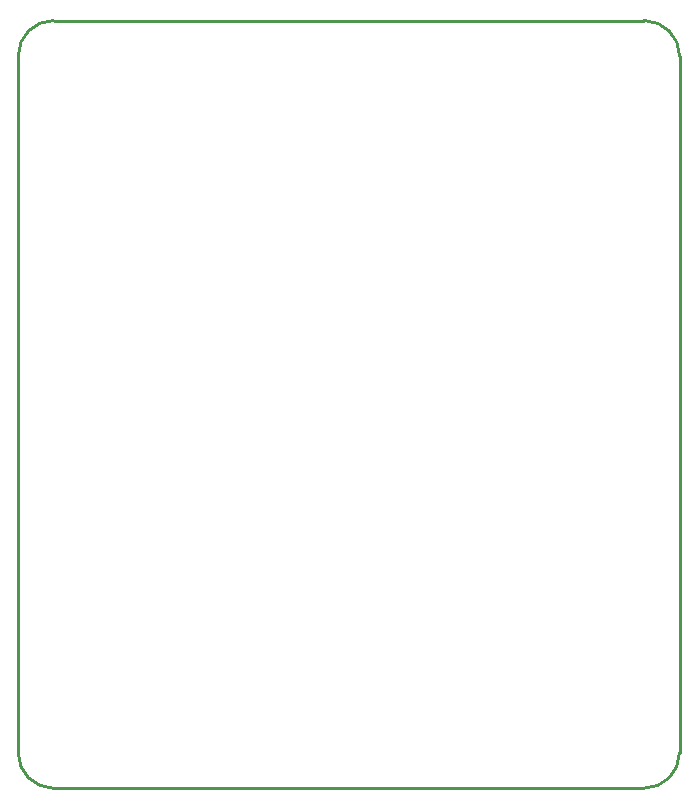
<source format=gko>
G04 Layer_Color=16711935*
%FSAX44Y44*%
%MOMM*%
G71*
G01*
G75*
%ADD33C,0.2540*%
D33*
X00100000Y00230000D02*
G03*
X00130000Y00200000I00030000J00000000D01*
G01*
X00660000Y00820000D02*
G03*
X00630000Y00850000I-00030000J00000000D01*
G01*
X00130000D02*
G03*
X00100000Y00820000I00000000J-00030000D01*
G01*
X00630000Y00200000D02*
G03*
X00660000Y00230000I00000000J00030000D01*
G01*
X00130000Y00200000D02*
X00630000D01*
X00660000Y00230000D02*
Y00820000D01*
X00130000Y00850000D02*
X00630000D01*
X00100000Y00230000D02*
Y00820000D01*
M02*

</source>
